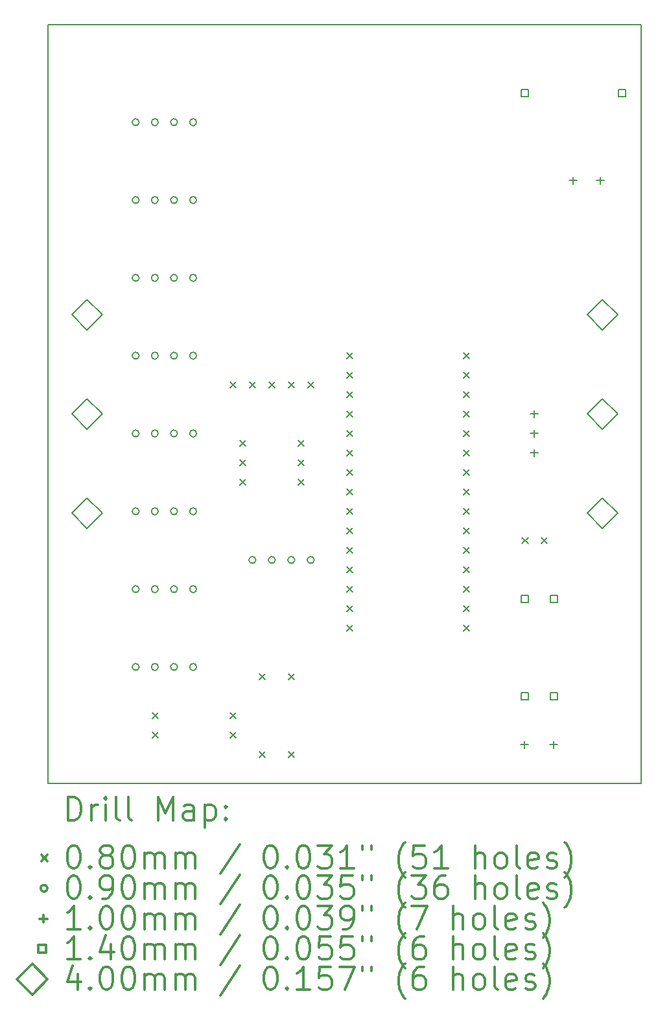
<source format=gbr>
%FSLAX45Y45*%
G04 Gerber Fmt 4.5, Leading zero omitted, Abs format (unit mm)*
G04 Created by KiCad (PCBNEW 4.0.7) date 03/08/18 20:01:22*
%MOMM*%
%LPD*%
G01*
G04 APERTURE LIST*
%ADD10C,0.127000*%
%ADD11C,0.200000*%
%ADD12C,0.300000*%
G04 APERTURE END LIST*
D10*
D11*
X12954000Y-16510000D02*
X20701000Y-16510000D01*
X20701000Y-6604000D02*
X12954000Y-6604000D01*
X12954000Y-16510000D02*
X12954000Y-16383000D01*
X20701000Y-11176000D02*
X20701000Y-16510000D01*
X20701000Y-6604000D02*
X20701000Y-11176000D01*
X12954000Y-16383000D02*
X12954000Y-6604000D01*
D11*
X14311000Y-15581000D02*
X14391000Y-15661000D01*
X14391000Y-15581000D02*
X14311000Y-15661000D01*
X14311000Y-15835000D02*
X14391000Y-15915000D01*
X14391000Y-15835000D02*
X14311000Y-15915000D01*
X15327000Y-11263000D02*
X15407000Y-11343000D01*
X15407000Y-11263000D02*
X15327000Y-11343000D01*
X15327000Y-15581000D02*
X15407000Y-15661000D01*
X15407000Y-15581000D02*
X15327000Y-15661000D01*
X15327000Y-15835000D02*
X15407000Y-15915000D01*
X15407000Y-15835000D02*
X15327000Y-15915000D01*
X15454000Y-12025000D02*
X15534000Y-12105000D01*
X15534000Y-12025000D02*
X15454000Y-12105000D01*
X15454000Y-12279000D02*
X15534000Y-12359000D01*
X15534000Y-12279000D02*
X15454000Y-12359000D01*
X15454000Y-12533000D02*
X15534000Y-12613000D01*
X15534000Y-12533000D02*
X15454000Y-12613000D01*
X15581000Y-11263000D02*
X15661000Y-11343000D01*
X15661000Y-11263000D02*
X15581000Y-11343000D01*
X15708000Y-15073000D02*
X15788000Y-15153000D01*
X15788000Y-15073000D02*
X15708000Y-15153000D01*
X15708000Y-16089000D02*
X15788000Y-16169000D01*
X15788000Y-16089000D02*
X15708000Y-16169000D01*
X15835000Y-11263000D02*
X15915000Y-11343000D01*
X15915000Y-11263000D02*
X15835000Y-11343000D01*
X16089000Y-11263000D02*
X16169000Y-11343000D01*
X16169000Y-11263000D02*
X16089000Y-11343000D01*
X16089000Y-15073000D02*
X16169000Y-15153000D01*
X16169000Y-15073000D02*
X16089000Y-15153000D01*
X16089000Y-16089000D02*
X16169000Y-16169000D01*
X16169000Y-16089000D02*
X16089000Y-16169000D01*
X16216000Y-12025000D02*
X16296000Y-12105000D01*
X16296000Y-12025000D02*
X16216000Y-12105000D01*
X16216000Y-12279000D02*
X16296000Y-12359000D01*
X16296000Y-12279000D02*
X16216000Y-12359000D01*
X16216000Y-12533000D02*
X16296000Y-12613000D01*
X16296000Y-12533000D02*
X16216000Y-12613000D01*
X16343000Y-11263000D02*
X16423000Y-11343000D01*
X16423000Y-11263000D02*
X16343000Y-11343000D01*
X16851000Y-10882000D02*
X16931000Y-10962000D01*
X16931000Y-10882000D02*
X16851000Y-10962000D01*
X16851000Y-11136000D02*
X16931000Y-11216000D01*
X16931000Y-11136000D02*
X16851000Y-11216000D01*
X16851000Y-11390000D02*
X16931000Y-11470000D01*
X16931000Y-11390000D02*
X16851000Y-11470000D01*
X16851000Y-11644000D02*
X16931000Y-11724000D01*
X16931000Y-11644000D02*
X16851000Y-11724000D01*
X16851000Y-11898000D02*
X16931000Y-11978000D01*
X16931000Y-11898000D02*
X16851000Y-11978000D01*
X16851000Y-12152000D02*
X16931000Y-12232000D01*
X16931000Y-12152000D02*
X16851000Y-12232000D01*
X16851000Y-12406000D02*
X16931000Y-12486000D01*
X16931000Y-12406000D02*
X16851000Y-12486000D01*
X16851000Y-12660000D02*
X16931000Y-12740000D01*
X16931000Y-12660000D02*
X16851000Y-12740000D01*
X16851000Y-12914000D02*
X16931000Y-12994000D01*
X16931000Y-12914000D02*
X16851000Y-12994000D01*
X16851000Y-13168000D02*
X16931000Y-13248000D01*
X16931000Y-13168000D02*
X16851000Y-13248000D01*
X16851000Y-13422000D02*
X16931000Y-13502000D01*
X16931000Y-13422000D02*
X16851000Y-13502000D01*
X16851000Y-13676000D02*
X16931000Y-13756000D01*
X16931000Y-13676000D02*
X16851000Y-13756000D01*
X16851000Y-13930000D02*
X16931000Y-14010000D01*
X16931000Y-13930000D02*
X16851000Y-14010000D01*
X16851000Y-14184000D02*
X16931000Y-14264000D01*
X16931000Y-14184000D02*
X16851000Y-14264000D01*
X16851000Y-14438000D02*
X16931000Y-14518000D01*
X16931000Y-14438000D02*
X16851000Y-14518000D01*
X18375000Y-10882000D02*
X18455000Y-10962000D01*
X18455000Y-10882000D02*
X18375000Y-10962000D01*
X18375000Y-11136000D02*
X18455000Y-11216000D01*
X18455000Y-11136000D02*
X18375000Y-11216000D01*
X18375000Y-11390000D02*
X18455000Y-11470000D01*
X18455000Y-11390000D02*
X18375000Y-11470000D01*
X18375000Y-11644000D02*
X18455000Y-11724000D01*
X18455000Y-11644000D02*
X18375000Y-11724000D01*
X18375000Y-11898000D02*
X18455000Y-11978000D01*
X18455000Y-11898000D02*
X18375000Y-11978000D01*
X18375000Y-12152000D02*
X18455000Y-12232000D01*
X18455000Y-12152000D02*
X18375000Y-12232000D01*
X18375000Y-12406000D02*
X18455000Y-12486000D01*
X18455000Y-12406000D02*
X18375000Y-12486000D01*
X18375000Y-12660000D02*
X18455000Y-12740000D01*
X18455000Y-12660000D02*
X18375000Y-12740000D01*
X18375000Y-12914000D02*
X18455000Y-12994000D01*
X18455000Y-12914000D02*
X18375000Y-12994000D01*
X18375000Y-13168000D02*
X18455000Y-13248000D01*
X18455000Y-13168000D02*
X18375000Y-13248000D01*
X18375000Y-13422000D02*
X18455000Y-13502000D01*
X18455000Y-13422000D02*
X18375000Y-13502000D01*
X18375000Y-13676000D02*
X18455000Y-13756000D01*
X18455000Y-13676000D02*
X18375000Y-13756000D01*
X18375000Y-13930000D02*
X18455000Y-14010000D01*
X18455000Y-13930000D02*
X18375000Y-14010000D01*
X18375000Y-14184000D02*
X18455000Y-14264000D01*
X18455000Y-14184000D02*
X18375000Y-14264000D01*
X18375000Y-14438000D02*
X18455000Y-14518000D01*
X18455000Y-14438000D02*
X18375000Y-14518000D01*
X19141000Y-13295000D02*
X19221000Y-13375000D01*
X19221000Y-13295000D02*
X19141000Y-13375000D01*
X19391000Y-13295000D02*
X19471000Y-13375000D01*
X19471000Y-13295000D02*
X19391000Y-13375000D01*
X14142000Y-7874000D02*
G75*
G03X14142000Y-7874000I-45000J0D01*
G01*
X14142000Y-8890000D02*
G75*
G03X14142000Y-8890000I-45000J0D01*
G01*
X14142000Y-9906000D02*
G75*
G03X14142000Y-9906000I-45000J0D01*
G01*
X14142000Y-10922000D02*
G75*
G03X14142000Y-10922000I-45000J0D01*
G01*
X14142000Y-11938000D02*
G75*
G03X14142000Y-11938000I-45000J0D01*
G01*
X14142000Y-12954000D02*
G75*
G03X14142000Y-12954000I-45000J0D01*
G01*
X14142000Y-13970000D02*
G75*
G03X14142000Y-13970000I-45000J0D01*
G01*
X14142000Y-14986000D02*
G75*
G03X14142000Y-14986000I-45000J0D01*
G01*
X14392000Y-7874000D02*
G75*
G03X14392000Y-7874000I-45000J0D01*
G01*
X14392000Y-8890000D02*
G75*
G03X14392000Y-8890000I-45000J0D01*
G01*
X14392000Y-9906000D02*
G75*
G03X14392000Y-9906000I-45000J0D01*
G01*
X14392000Y-10922000D02*
G75*
G03X14392000Y-10922000I-45000J0D01*
G01*
X14392000Y-11938000D02*
G75*
G03X14392000Y-11938000I-45000J0D01*
G01*
X14392000Y-12954000D02*
G75*
G03X14392000Y-12954000I-45000J0D01*
G01*
X14392000Y-13970000D02*
G75*
G03X14392000Y-13970000I-45000J0D01*
G01*
X14392000Y-14986000D02*
G75*
G03X14392000Y-14986000I-45000J0D01*
G01*
X14642000Y-7874000D02*
G75*
G03X14642000Y-7874000I-45000J0D01*
G01*
X14642000Y-8890000D02*
G75*
G03X14642000Y-8890000I-45000J0D01*
G01*
X14642000Y-9906000D02*
G75*
G03X14642000Y-9906000I-45000J0D01*
G01*
X14642000Y-10922000D02*
G75*
G03X14642000Y-10922000I-45000J0D01*
G01*
X14642000Y-11938000D02*
G75*
G03X14642000Y-11938000I-45000J0D01*
G01*
X14642000Y-12954000D02*
G75*
G03X14642000Y-12954000I-45000J0D01*
G01*
X14642000Y-13970000D02*
G75*
G03X14642000Y-13970000I-45000J0D01*
G01*
X14642000Y-14986000D02*
G75*
G03X14642000Y-14986000I-45000J0D01*
G01*
X14892000Y-7874000D02*
G75*
G03X14892000Y-7874000I-45000J0D01*
G01*
X14892000Y-8890000D02*
G75*
G03X14892000Y-8890000I-45000J0D01*
G01*
X14892000Y-9906000D02*
G75*
G03X14892000Y-9906000I-45000J0D01*
G01*
X14892000Y-10922000D02*
G75*
G03X14892000Y-10922000I-45000J0D01*
G01*
X14892000Y-11938000D02*
G75*
G03X14892000Y-11938000I-45000J0D01*
G01*
X14892000Y-12954000D02*
G75*
G03X14892000Y-12954000I-45000J0D01*
G01*
X14892000Y-13970000D02*
G75*
G03X14892000Y-13970000I-45000J0D01*
G01*
X14892000Y-14986000D02*
G75*
G03X14892000Y-14986000I-45000J0D01*
G01*
X15666000Y-13589000D02*
G75*
G03X15666000Y-13589000I-45000J0D01*
G01*
X15920000Y-13589000D02*
G75*
G03X15920000Y-13589000I-45000J0D01*
G01*
X16174000Y-13589000D02*
G75*
G03X16174000Y-13589000I-45000J0D01*
G01*
X16428000Y-13589000D02*
G75*
G03X16428000Y-13589000I-45000J0D01*
G01*
X19177000Y-15952000D02*
X19177000Y-16052000D01*
X19127000Y-16002000D02*
X19227000Y-16002000D01*
X19304000Y-11634000D02*
X19304000Y-11734000D01*
X19254000Y-11684000D02*
X19354000Y-11684000D01*
X19304000Y-11888000D02*
X19304000Y-11988000D01*
X19254000Y-11938000D02*
X19354000Y-11938000D01*
X19304000Y-12142000D02*
X19304000Y-12242000D01*
X19254000Y-12192000D02*
X19354000Y-12192000D01*
X19558000Y-15952000D02*
X19558000Y-16052000D01*
X19508000Y-16002000D02*
X19608000Y-16002000D01*
X19812000Y-8586000D02*
X19812000Y-8686000D01*
X19762000Y-8636000D02*
X19862000Y-8636000D01*
X20162000Y-8586000D02*
X20162000Y-8686000D01*
X20112000Y-8636000D02*
X20212000Y-8636000D01*
X19226498Y-7542498D02*
X19226498Y-7443502D01*
X19127502Y-7443502D01*
X19127502Y-7542498D01*
X19226498Y-7542498D01*
X19226498Y-14146498D02*
X19226498Y-14047502D01*
X19127502Y-14047502D01*
X19127502Y-14146498D01*
X19226498Y-14146498D01*
X19226498Y-15416498D02*
X19226498Y-15317502D01*
X19127502Y-15317502D01*
X19127502Y-15416498D01*
X19226498Y-15416498D01*
X19607498Y-14146498D02*
X19607498Y-14047502D01*
X19508502Y-14047502D01*
X19508502Y-14146498D01*
X19607498Y-14146498D01*
X19607498Y-15416498D02*
X19607498Y-15317502D01*
X19508502Y-15317502D01*
X19508502Y-15416498D01*
X19607498Y-15416498D01*
X20496498Y-7542498D02*
X20496498Y-7443502D01*
X20397502Y-7443502D01*
X20397502Y-7542498D01*
X20496498Y-7542498D01*
X13462000Y-10588600D02*
X13662000Y-10388600D01*
X13462000Y-10188600D01*
X13262000Y-10388600D01*
X13462000Y-10588600D01*
X13462000Y-11884000D02*
X13662000Y-11684000D01*
X13462000Y-11484000D01*
X13262000Y-11684000D01*
X13462000Y-11884000D01*
X13462000Y-13179400D02*
X13662000Y-12979400D01*
X13462000Y-12779400D01*
X13262000Y-12979400D01*
X13462000Y-13179400D01*
X20193000Y-10588600D02*
X20393000Y-10388600D01*
X20193000Y-10188600D01*
X19993000Y-10388600D01*
X20193000Y-10588600D01*
X20193000Y-11884000D02*
X20393000Y-11684000D01*
X20193000Y-11484000D01*
X19993000Y-11684000D01*
X20193000Y-11884000D01*
X20193000Y-13179400D02*
X20393000Y-12979400D01*
X20193000Y-12779400D01*
X19993000Y-12979400D01*
X20193000Y-13179400D01*
D12*
X13215428Y-16985714D02*
X13215428Y-16685714D01*
X13286857Y-16685714D01*
X13329714Y-16700000D01*
X13358286Y-16728571D01*
X13372571Y-16757143D01*
X13386857Y-16814286D01*
X13386857Y-16857143D01*
X13372571Y-16914286D01*
X13358286Y-16942857D01*
X13329714Y-16971429D01*
X13286857Y-16985714D01*
X13215428Y-16985714D01*
X13515428Y-16985714D02*
X13515428Y-16785714D01*
X13515428Y-16842857D02*
X13529714Y-16814286D01*
X13544000Y-16800000D01*
X13572571Y-16785714D01*
X13601143Y-16785714D01*
X13701143Y-16985714D02*
X13701143Y-16785714D01*
X13701143Y-16685714D02*
X13686857Y-16700000D01*
X13701143Y-16714286D01*
X13715428Y-16700000D01*
X13701143Y-16685714D01*
X13701143Y-16714286D01*
X13886857Y-16985714D02*
X13858286Y-16971429D01*
X13844000Y-16942857D01*
X13844000Y-16685714D01*
X14044000Y-16985714D02*
X14015428Y-16971429D01*
X14001143Y-16942857D01*
X14001143Y-16685714D01*
X14386857Y-16985714D02*
X14386857Y-16685714D01*
X14486857Y-16900000D01*
X14586857Y-16685714D01*
X14586857Y-16985714D01*
X14858286Y-16985714D02*
X14858286Y-16828572D01*
X14844000Y-16800000D01*
X14815428Y-16785714D01*
X14758286Y-16785714D01*
X14729714Y-16800000D01*
X14858286Y-16971429D02*
X14829714Y-16985714D01*
X14758286Y-16985714D01*
X14729714Y-16971429D01*
X14715428Y-16942857D01*
X14715428Y-16914286D01*
X14729714Y-16885714D01*
X14758286Y-16871429D01*
X14829714Y-16871429D01*
X14858286Y-16857143D01*
X15001143Y-16785714D02*
X15001143Y-17085714D01*
X15001143Y-16800000D02*
X15029714Y-16785714D01*
X15086857Y-16785714D01*
X15115428Y-16800000D01*
X15129714Y-16814286D01*
X15144000Y-16842857D01*
X15144000Y-16928572D01*
X15129714Y-16957143D01*
X15115428Y-16971429D01*
X15086857Y-16985714D01*
X15029714Y-16985714D01*
X15001143Y-16971429D01*
X15272571Y-16957143D02*
X15286857Y-16971429D01*
X15272571Y-16985714D01*
X15258286Y-16971429D01*
X15272571Y-16957143D01*
X15272571Y-16985714D01*
X15272571Y-16800000D02*
X15286857Y-16814286D01*
X15272571Y-16828572D01*
X15258286Y-16814286D01*
X15272571Y-16800000D01*
X15272571Y-16828572D01*
X12864000Y-17440000D02*
X12944000Y-17520000D01*
X12944000Y-17440000D02*
X12864000Y-17520000D01*
X13272571Y-17315714D02*
X13301143Y-17315714D01*
X13329714Y-17330000D01*
X13344000Y-17344286D01*
X13358286Y-17372857D01*
X13372571Y-17430000D01*
X13372571Y-17501429D01*
X13358286Y-17558572D01*
X13344000Y-17587143D01*
X13329714Y-17601429D01*
X13301143Y-17615714D01*
X13272571Y-17615714D01*
X13244000Y-17601429D01*
X13229714Y-17587143D01*
X13215428Y-17558572D01*
X13201143Y-17501429D01*
X13201143Y-17430000D01*
X13215428Y-17372857D01*
X13229714Y-17344286D01*
X13244000Y-17330000D01*
X13272571Y-17315714D01*
X13501143Y-17587143D02*
X13515428Y-17601429D01*
X13501143Y-17615714D01*
X13486857Y-17601429D01*
X13501143Y-17587143D01*
X13501143Y-17615714D01*
X13686857Y-17444286D02*
X13658286Y-17430000D01*
X13644000Y-17415714D01*
X13629714Y-17387143D01*
X13629714Y-17372857D01*
X13644000Y-17344286D01*
X13658286Y-17330000D01*
X13686857Y-17315714D01*
X13744000Y-17315714D01*
X13772571Y-17330000D01*
X13786857Y-17344286D01*
X13801143Y-17372857D01*
X13801143Y-17387143D01*
X13786857Y-17415714D01*
X13772571Y-17430000D01*
X13744000Y-17444286D01*
X13686857Y-17444286D01*
X13658286Y-17458572D01*
X13644000Y-17472857D01*
X13629714Y-17501429D01*
X13629714Y-17558572D01*
X13644000Y-17587143D01*
X13658286Y-17601429D01*
X13686857Y-17615714D01*
X13744000Y-17615714D01*
X13772571Y-17601429D01*
X13786857Y-17587143D01*
X13801143Y-17558572D01*
X13801143Y-17501429D01*
X13786857Y-17472857D01*
X13772571Y-17458572D01*
X13744000Y-17444286D01*
X13986857Y-17315714D02*
X14015428Y-17315714D01*
X14044000Y-17330000D01*
X14058286Y-17344286D01*
X14072571Y-17372857D01*
X14086857Y-17430000D01*
X14086857Y-17501429D01*
X14072571Y-17558572D01*
X14058286Y-17587143D01*
X14044000Y-17601429D01*
X14015428Y-17615714D01*
X13986857Y-17615714D01*
X13958286Y-17601429D01*
X13944000Y-17587143D01*
X13929714Y-17558572D01*
X13915428Y-17501429D01*
X13915428Y-17430000D01*
X13929714Y-17372857D01*
X13944000Y-17344286D01*
X13958286Y-17330000D01*
X13986857Y-17315714D01*
X14215428Y-17615714D02*
X14215428Y-17415714D01*
X14215428Y-17444286D02*
X14229714Y-17430000D01*
X14258286Y-17415714D01*
X14301143Y-17415714D01*
X14329714Y-17430000D01*
X14344000Y-17458572D01*
X14344000Y-17615714D01*
X14344000Y-17458572D02*
X14358286Y-17430000D01*
X14386857Y-17415714D01*
X14429714Y-17415714D01*
X14458286Y-17430000D01*
X14472571Y-17458572D01*
X14472571Y-17615714D01*
X14615428Y-17615714D02*
X14615428Y-17415714D01*
X14615428Y-17444286D02*
X14629714Y-17430000D01*
X14658286Y-17415714D01*
X14701143Y-17415714D01*
X14729714Y-17430000D01*
X14744000Y-17458572D01*
X14744000Y-17615714D01*
X14744000Y-17458572D02*
X14758286Y-17430000D01*
X14786857Y-17415714D01*
X14829714Y-17415714D01*
X14858286Y-17430000D01*
X14872571Y-17458572D01*
X14872571Y-17615714D01*
X15458286Y-17301429D02*
X15201143Y-17687143D01*
X15844000Y-17315714D02*
X15872571Y-17315714D01*
X15901143Y-17330000D01*
X15915428Y-17344286D01*
X15929714Y-17372857D01*
X15944000Y-17430000D01*
X15944000Y-17501429D01*
X15929714Y-17558572D01*
X15915428Y-17587143D01*
X15901143Y-17601429D01*
X15872571Y-17615714D01*
X15844000Y-17615714D01*
X15815428Y-17601429D01*
X15801143Y-17587143D01*
X15786857Y-17558572D01*
X15772571Y-17501429D01*
X15772571Y-17430000D01*
X15786857Y-17372857D01*
X15801143Y-17344286D01*
X15815428Y-17330000D01*
X15844000Y-17315714D01*
X16072571Y-17587143D02*
X16086857Y-17601429D01*
X16072571Y-17615714D01*
X16058286Y-17601429D01*
X16072571Y-17587143D01*
X16072571Y-17615714D01*
X16272571Y-17315714D02*
X16301143Y-17315714D01*
X16329714Y-17330000D01*
X16344000Y-17344286D01*
X16358285Y-17372857D01*
X16372571Y-17430000D01*
X16372571Y-17501429D01*
X16358285Y-17558572D01*
X16344000Y-17587143D01*
X16329714Y-17601429D01*
X16301143Y-17615714D01*
X16272571Y-17615714D01*
X16244000Y-17601429D01*
X16229714Y-17587143D01*
X16215428Y-17558572D01*
X16201143Y-17501429D01*
X16201143Y-17430000D01*
X16215428Y-17372857D01*
X16229714Y-17344286D01*
X16244000Y-17330000D01*
X16272571Y-17315714D01*
X16472571Y-17315714D02*
X16658285Y-17315714D01*
X16558285Y-17430000D01*
X16601143Y-17430000D01*
X16629714Y-17444286D01*
X16644000Y-17458572D01*
X16658285Y-17487143D01*
X16658285Y-17558572D01*
X16644000Y-17587143D01*
X16629714Y-17601429D01*
X16601143Y-17615714D01*
X16515428Y-17615714D01*
X16486857Y-17601429D01*
X16472571Y-17587143D01*
X16944000Y-17615714D02*
X16772571Y-17615714D01*
X16858286Y-17615714D02*
X16858286Y-17315714D01*
X16829714Y-17358572D01*
X16801143Y-17387143D01*
X16772571Y-17401429D01*
X17058286Y-17315714D02*
X17058286Y-17372857D01*
X17172571Y-17315714D02*
X17172571Y-17372857D01*
X17615428Y-17730000D02*
X17601143Y-17715714D01*
X17572571Y-17672857D01*
X17558286Y-17644286D01*
X17544000Y-17601429D01*
X17529714Y-17530000D01*
X17529714Y-17472857D01*
X17544000Y-17401429D01*
X17558286Y-17358572D01*
X17572571Y-17330000D01*
X17601143Y-17287143D01*
X17615428Y-17272857D01*
X17872571Y-17315714D02*
X17729714Y-17315714D01*
X17715428Y-17458572D01*
X17729714Y-17444286D01*
X17758286Y-17430000D01*
X17829714Y-17430000D01*
X17858286Y-17444286D01*
X17872571Y-17458572D01*
X17886857Y-17487143D01*
X17886857Y-17558572D01*
X17872571Y-17587143D01*
X17858286Y-17601429D01*
X17829714Y-17615714D01*
X17758286Y-17615714D01*
X17729714Y-17601429D01*
X17715428Y-17587143D01*
X18172571Y-17615714D02*
X18001143Y-17615714D01*
X18086857Y-17615714D02*
X18086857Y-17315714D01*
X18058286Y-17358572D01*
X18029714Y-17387143D01*
X18001143Y-17401429D01*
X18529714Y-17615714D02*
X18529714Y-17315714D01*
X18658286Y-17615714D02*
X18658286Y-17458572D01*
X18644000Y-17430000D01*
X18615428Y-17415714D01*
X18572571Y-17415714D01*
X18544000Y-17430000D01*
X18529714Y-17444286D01*
X18844000Y-17615714D02*
X18815428Y-17601429D01*
X18801143Y-17587143D01*
X18786857Y-17558572D01*
X18786857Y-17472857D01*
X18801143Y-17444286D01*
X18815428Y-17430000D01*
X18844000Y-17415714D01*
X18886857Y-17415714D01*
X18915428Y-17430000D01*
X18929714Y-17444286D01*
X18944000Y-17472857D01*
X18944000Y-17558572D01*
X18929714Y-17587143D01*
X18915428Y-17601429D01*
X18886857Y-17615714D01*
X18844000Y-17615714D01*
X19115428Y-17615714D02*
X19086857Y-17601429D01*
X19072571Y-17572857D01*
X19072571Y-17315714D01*
X19344000Y-17601429D02*
X19315429Y-17615714D01*
X19258286Y-17615714D01*
X19229714Y-17601429D01*
X19215429Y-17572857D01*
X19215429Y-17458572D01*
X19229714Y-17430000D01*
X19258286Y-17415714D01*
X19315429Y-17415714D01*
X19344000Y-17430000D01*
X19358286Y-17458572D01*
X19358286Y-17487143D01*
X19215429Y-17515714D01*
X19472571Y-17601429D02*
X19501143Y-17615714D01*
X19558286Y-17615714D01*
X19586857Y-17601429D01*
X19601143Y-17572857D01*
X19601143Y-17558572D01*
X19586857Y-17530000D01*
X19558286Y-17515714D01*
X19515429Y-17515714D01*
X19486857Y-17501429D01*
X19472571Y-17472857D01*
X19472571Y-17458572D01*
X19486857Y-17430000D01*
X19515429Y-17415714D01*
X19558286Y-17415714D01*
X19586857Y-17430000D01*
X19701143Y-17730000D02*
X19715429Y-17715714D01*
X19744000Y-17672857D01*
X19758286Y-17644286D01*
X19772571Y-17601429D01*
X19786857Y-17530000D01*
X19786857Y-17472857D01*
X19772571Y-17401429D01*
X19758286Y-17358572D01*
X19744000Y-17330000D01*
X19715429Y-17287143D01*
X19701143Y-17272857D01*
X12944000Y-17876000D02*
G75*
G03X12944000Y-17876000I-45000J0D01*
G01*
X13272571Y-17711714D02*
X13301143Y-17711714D01*
X13329714Y-17726000D01*
X13344000Y-17740286D01*
X13358286Y-17768857D01*
X13372571Y-17826000D01*
X13372571Y-17897429D01*
X13358286Y-17954572D01*
X13344000Y-17983143D01*
X13329714Y-17997429D01*
X13301143Y-18011714D01*
X13272571Y-18011714D01*
X13244000Y-17997429D01*
X13229714Y-17983143D01*
X13215428Y-17954572D01*
X13201143Y-17897429D01*
X13201143Y-17826000D01*
X13215428Y-17768857D01*
X13229714Y-17740286D01*
X13244000Y-17726000D01*
X13272571Y-17711714D01*
X13501143Y-17983143D02*
X13515428Y-17997429D01*
X13501143Y-18011714D01*
X13486857Y-17997429D01*
X13501143Y-17983143D01*
X13501143Y-18011714D01*
X13658286Y-18011714D02*
X13715428Y-18011714D01*
X13744000Y-17997429D01*
X13758286Y-17983143D01*
X13786857Y-17940286D01*
X13801143Y-17883143D01*
X13801143Y-17768857D01*
X13786857Y-17740286D01*
X13772571Y-17726000D01*
X13744000Y-17711714D01*
X13686857Y-17711714D01*
X13658286Y-17726000D01*
X13644000Y-17740286D01*
X13629714Y-17768857D01*
X13629714Y-17840286D01*
X13644000Y-17868857D01*
X13658286Y-17883143D01*
X13686857Y-17897429D01*
X13744000Y-17897429D01*
X13772571Y-17883143D01*
X13786857Y-17868857D01*
X13801143Y-17840286D01*
X13986857Y-17711714D02*
X14015428Y-17711714D01*
X14044000Y-17726000D01*
X14058286Y-17740286D01*
X14072571Y-17768857D01*
X14086857Y-17826000D01*
X14086857Y-17897429D01*
X14072571Y-17954572D01*
X14058286Y-17983143D01*
X14044000Y-17997429D01*
X14015428Y-18011714D01*
X13986857Y-18011714D01*
X13958286Y-17997429D01*
X13944000Y-17983143D01*
X13929714Y-17954572D01*
X13915428Y-17897429D01*
X13915428Y-17826000D01*
X13929714Y-17768857D01*
X13944000Y-17740286D01*
X13958286Y-17726000D01*
X13986857Y-17711714D01*
X14215428Y-18011714D02*
X14215428Y-17811714D01*
X14215428Y-17840286D02*
X14229714Y-17826000D01*
X14258286Y-17811714D01*
X14301143Y-17811714D01*
X14329714Y-17826000D01*
X14344000Y-17854572D01*
X14344000Y-18011714D01*
X14344000Y-17854572D02*
X14358286Y-17826000D01*
X14386857Y-17811714D01*
X14429714Y-17811714D01*
X14458286Y-17826000D01*
X14472571Y-17854572D01*
X14472571Y-18011714D01*
X14615428Y-18011714D02*
X14615428Y-17811714D01*
X14615428Y-17840286D02*
X14629714Y-17826000D01*
X14658286Y-17811714D01*
X14701143Y-17811714D01*
X14729714Y-17826000D01*
X14744000Y-17854572D01*
X14744000Y-18011714D01*
X14744000Y-17854572D02*
X14758286Y-17826000D01*
X14786857Y-17811714D01*
X14829714Y-17811714D01*
X14858286Y-17826000D01*
X14872571Y-17854572D01*
X14872571Y-18011714D01*
X15458286Y-17697429D02*
X15201143Y-18083143D01*
X15844000Y-17711714D02*
X15872571Y-17711714D01*
X15901143Y-17726000D01*
X15915428Y-17740286D01*
X15929714Y-17768857D01*
X15944000Y-17826000D01*
X15944000Y-17897429D01*
X15929714Y-17954572D01*
X15915428Y-17983143D01*
X15901143Y-17997429D01*
X15872571Y-18011714D01*
X15844000Y-18011714D01*
X15815428Y-17997429D01*
X15801143Y-17983143D01*
X15786857Y-17954572D01*
X15772571Y-17897429D01*
X15772571Y-17826000D01*
X15786857Y-17768857D01*
X15801143Y-17740286D01*
X15815428Y-17726000D01*
X15844000Y-17711714D01*
X16072571Y-17983143D02*
X16086857Y-17997429D01*
X16072571Y-18011714D01*
X16058286Y-17997429D01*
X16072571Y-17983143D01*
X16072571Y-18011714D01*
X16272571Y-17711714D02*
X16301143Y-17711714D01*
X16329714Y-17726000D01*
X16344000Y-17740286D01*
X16358285Y-17768857D01*
X16372571Y-17826000D01*
X16372571Y-17897429D01*
X16358285Y-17954572D01*
X16344000Y-17983143D01*
X16329714Y-17997429D01*
X16301143Y-18011714D01*
X16272571Y-18011714D01*
X16244000Y-17997429D01*
X16229714Y-17983143D01*
X16215428Y-17954572D01*
X16201143Y-17897429D01*
X16201143Y-17826000D01*
X16215428Y-17768857D01*
X16229714Y-17740286D01*
X16244000Y-17726000D01*
X16272571Y-17711714D01*
X16472571Y-17711714D02*
X16658285Y-17711714D01*
X16558285Y-17826000D01*
X16601143Y-17826000D01*
X16629714Y-17840286D01*
X16644000Y-17854572D01*
X16658285Y-17883143D01*
X16658285Y-17954572D01*
X16644000Y-17983143D01*
X16629714Y-17997429D01*
X16601143Y-18011714D01*
X16515428Y-18011714D01*
X16486857Y-17997429D01*
X16472571Y-17983143D01*
X16929714Y-17711714D02*
X16786857Y-17711714D01*
X16772571Y-17854572D01*
X16786857Y-17840286D01*
X16815428Y-17826000D01*
X16886857Y-17826000D01*
X16915428Y-17840286D01*
X16929714Y-17854572D01*
X16944000Y-17883143D01*
X16944000Y-17954572D01*
X16929714Y-17983143D01*
X16915428Y-17997429D01*
X16886857Y-18011714D01*
X16815428Y-18011714D01*
X16786857Y-17997429D01*
X16772571Y-17983143D01*
X17058286Y-17711714D02*
X17058286Y-17768857D01*
X17172571Y-17711714D02*
X17172571Y-17768857D01*
X17615428Y-18126000D02*
X17601143Y-18111714D01*
X17572571Y-18068857D01*
X17558286Y-18040286D01*
X17544000Y-17997429D01*
X17529714Y-17926000D01*
X17529714Y-17868857D01*
X17544000Y-17797429D01*
X17558286Y-17754572D01*
X17572571Y-17726000D01*
X17601143Y-17683143D01*
X17615428Y-17668857D01*
X17701143Y-17711714D02*
X17886857Y-17711714D01*
X17786857Y-17826000D01*
X17829714Y-17826000D01*
X17858286Y-17840286D01*
X17872571Y-17854572D01*
X17886857Y-17883143D01*
X17886857Y-17954572D01*
X17872571Y-17983143D01*
X17858286Y-17997429D01*
X17829714Y-18011714D01*
X17744000Y-18011714D01*
X17715428Y-17997429D01*
X17701143Y-17983143D01*
X18144000Y-17711714D02*
X18086857Y-17711714D01*
X18058286Y-17726000D01*
X18044000Y-17740286D01*
X18015428Y-17783143D01*
X18001143Y-17840286D01*
X18001143Y-17954572D01*
X18015428Y-17983143D01*
X18029714Y-17997429D01*
X18058286Y-18011714D01*
X18115428Y-18011714D01*
X18144000Y-17997429D01*
X18158286Y-17983143D01*
X18172571Y-17954572D01*
X18172571Y-17883143D01*
X18158286Y-17854572D01*
X18144000Y-17840286D01*
X18115428Y-17826000D01*
X18058286Y-17826000D01*
X18029714Y-17840286D01*
X18015428Y-17854572D01*
X18001143Y-17883143D01*
X18529714Y-18011714D02*
X18529714Y-17711714D01*
X18658286Y-18011714D02*
X18658286Y-17854572D01*
X18644000Y-17826000D01*
X18615428Y-17811714D01*
X18572571Y-17811714D01*
X18544000Y-17826000D01*
X18529714Y-17840286D01*
X18844000Y-18011714D02*
X18815428Y-17997429D01*
X18801143Y-17983143D01*
X18786857Y-17954572D01*
X18786857Y-17868857D01*
X18801143Y-17840286D01*
X18815428Y-17826000D01*
X18844000Y-17811714D01*
X18886857Y-17811714D01*
X18915428Y-17826000D01*
X18929714Y-17840286D01*
X18944000Y-17868857D01*
X18944000Y-17954572D01*
X18929714Y-17983143D01*
X18915428Y-17997429D01*
X18886857Y-18011714D01*
X18844000Y-18011714D01*
X19115428Y-18011714D02*
X19086857Y-17997429D01*
X19072571Y-17968857D01*
X19072571Y-17711714D01*
X19344000Y-17997429D02*
X19315429Y-18011714D01*
X19258286Y-18011714D01*
X19229714Y-17997429D01*
X19215429Y-17968857D01*
X19215429Y-17854572D01*
X19229714Y-17826000D01*
X19258286Y-17811714D01*
X19315429Y-17811714D01*
X19344000Y-17826000D01*
X19358286Y-17854572D01*
X19358286Y-17883143D01*
X19215429Y-17911714D01*
X19472571Y-17997429D02*
X19501143Y-18011714D01*
X19558286Y-18011714D01*
X19586857Y-17997429D01*
X19601143Y-17968857D01*
X19601143Y-17954572D01*
X19586857Y-17926000D01*
X19558286Y-17911714D01*
X19515429Y-17911714D01*
X19486857Y-17897429D01*
X19472571Y-17868857D01*
X19472571Y-17854572D01*
X19486857Y-17826000D01*
X19515429Y-17811714D01*
X19558286Y-17811714D01*
X19586857Y-17826000D01*
X19701143Y-18126000D02*
X19715429Y-18111714D01*
X19744000Y-18068857D01*
X19758286Y-18040286D01*
X19772571Y-17997429D01*
X19786857Y-17926000D01*
X19786857Y-17868857D01*
X19772571Y-17797429D01*
X19758286Y-17754572D01*
X19744000Y-17726000D01*
X19715429Y-17683143D01*
X19701143Y-17668857D01*
X12894000Y-18222000D02*
X12894000Y-18322000D01*
X12844000Y-18272000D02*
X12944000Y-18272000D01*
X13372571Y-18407714D02*
X13201143Y-18407714D01*
X13286857Y-18407714D02*
X13286857Y-18107714D01*
X13258286Y-18150572D01*
X13229714Y-18179143D01*
X13201143Y-18193429D01*
X13501143Y-18379143D02*
X13515428Y-18393429D01*
X13501143Y-18407714D01*
X13486857Y-18393429D01*
X13501143Y-18379143D01*
X13501143Y-18407714D01*
X13701143Y-18107714D02*
X13729714Y-18107714D01*
X13758286Y-18122000D01*
X13772571Y-18136286D01*
X13786857Y-18164857D01*
X13801143Y-18222000D01*
X13801143Y-18293429D01*
X13786857Y-18350572D01*
X13772571Y-18379143D01*
X13758286Y-18393429D01*
X13729714Y-18407714D01*
X13701143Y-18407714D01*
X13672571Y-18393429D01*
X13658286Y-18379143D01*
X13644000Y-18350572D01*
X13629714Y-18293429D01*
X13629714Y-18222000D01*
X13644000Y-18164857D01*
X13658286Y-18136286D01*
X13672571Y-18122000D01*
X13701143Y-18107714D01*
X13986857Y-18107714D02*
X14015428Y-18107714D01*
X14044000Y-18122000D01*
X14058286Y-18136286D01*
X14072571Y-18164857D01*
X14086857Y-18222000D01*
X14086857Y-18293429D01*
X14072571Y-18350572D01*
X14058286Y-18379143D01*
X14044000Y-18393429D01*
X14015428Y-18407714D01*
X13986857Y-18407714D01*
X13958286Y-18393429D01*
X13944000Y-18379143D01*
X13929714Y-18350572D01*
X13915428Y-18293429D01*
X13915428Y-18222000D01*
X13929714Y-18164857D01*
X13944000Y-18136286D01*
X13958286Y-18122000D01*
X13986857Y-18107714D01*
X14215428Y-18407714D02*
X14215428Y-18207714D01*
X14215428Y-18236286D02*
X14229714Y-18222000D01*
X14258286Y-18207714D01*
X14301143Y-18207714D01*
X14329714Y-18222000D01*
X14344000Y-18250572D01*
X14344000Y-18407714D01*
X14344000Y-18250572D02*
X14358286Y-18222000D01*
X14386857Y-18207714D01*
X14429714Y-18207714D01*
X14458286Y-18222000D01*
X14472571Y-18250572D01*
X14472571Y-18407714D01*
X14615428Y-18407714D02*
X14615428Y-18207714D01*
X14615428Y-18236286D02*
X14629714Y-18222000D01*
X14658286Y-18207714D01*
X14701143Y-18207714D01*
X14729714Y-18222000D01*
X14744000Y-18250572D01*
X14744000Y-18407714D01*
X14744000Y-18250572D02*
X14758286Y-18222000D01*
X14786857Y-18207714D01*
X14829714Y-18207714D01*
X14858286Y-18222000D01*
X14872571Y-18250572D01*
X14872571Y-18407714D01*
X15458286Y-18093429D02*
X15201143Y-18479143D01*
X15844000Y-18107714D02*
X15872571Y-18107714D01*
X15901143Y-18122000D01*
X15915428Y-18136286D01*
X15929714Y-18164857D01*
X15944000Y-18222000D01*
X15944000Y-18293429D01*
X15929714Y-18350572D01*
X15915428Y-18379143D01*
X15901143Y-18393429D01*
X15872571Y-18407714D01*
X15844000Y-18407714D01*
X15815428Y-18393429D01*
X15801143Y-18379143D01*
X15786857Y-18350572D01*
X15772571Y-18293429D01*
X15772571Y-18222000D01*
X15786857Y-18164857D01*
X15801143Y-18136286D01*
X15815428Y-18122000D01*
X15844000Y-18107714D01*
X16072571Y-18379143D02*
X16086857Y-18393429D01*
X16072571Y-18407714D01*
X16058286Y-18393429D01*
X16072571Y-18379143D01*
X16072571Y-18407714D01*
X16272571Y-18107714D02*
X16301143Y-18107714D01*
X16329714Y-18122000D01*
X16344000Y-18136286D01*
X16358285Y-18164857D01*
X16372571Y-18222000D01*
X16372571Y-18293429D01*
X16358285Y-18350572D01*
X16344000Y-18379143D01*
X16329714Y-18393429D01*
X16301143Y-18407714D01*
X16272571Y-18407714D01*
X16244000Y-18393429D01*
X16229714Y-18379143D01*
X16215428Y-18350572D01*
X16201143Y-18293429D01*
X16201143Y-18222000D01*
X16215428Y-18164857D01*
X16229714Y-18136286D01*
X16244000Y-18122000D01*
X16272571Y-18107714D01*
X16472571Y-18107714D02*
X16658285Y-18107714D01*
X16558285Y-18222000D01*
X16601143Y-18222000D01*
X16629714Y-18236286D01*
X16644000Y-18250572D01*
X16658285Y-18279143D01*
X16658285Y-18350572D01*
X16644000Y-18379143D01*
X16629714Y-18393429D01*
X16601143Y-18407714D01*
X16515428Y-18407714D01*
X16486857Y-18393429D01*
X16472571Y-18379143D01*
X16801143Y-18407714D02*
X16858286Y-18407714D01*
X16886857Y-18393429D01*
X16901143Y-18379143D01*
X16929714Y-18336286D01*
X16944000Y-18279143D01*
X16944000Y-18164857D01*
X16929714Y-18136286D01*
X16915428Y-18122000D01*
X16886857Y-18107714D01*
X16829714Y-18107714D01*
X16801143Y-18122000D01*
X16786857Y-18136286D01*
X16772571Y-18164857D01*
X16772571Y-18236286D01*
X16786857Y-18264857D01*
X16801143Y-18279143D01*
X16829714Y-18293429D01*
X16886857Y-18293429D01*
X16915428Y-18279143D01*
X16929714Y-18264857D01*
X16944000Y-18236286D01*
X17058286Y-18107714D02*
X17058286Y-18164857D01*
X17172571Y-18107714D02*
X17172571Y-18164857D01*
X17615428Y-18522000D02*
X17601143Y-18507714D01*
X17572571Y-18464857D01*
X17558286Y-18436286D01*
X17544000Y-18393429D01*
X17529714Y-18322000D01*
X17529714Y-18264857D01*
X17544000Y-18193429D01*
X17558286Y-18150572D01*
X17572571Y-18122000D01*
X17601143Y-18079143D01*
X17615428Y-18064857D01*
X17701143Y-18107714D02*
X17901143Y-18107714D01*
X17772571Y-18407714D01*
X18244000Y-18407714D02*
X18244000Y-18107714D01*
X18372571Y-18407714D02*
X18372571Y-18250572D01*
X18358286Y-18222000D01*
X18329714Y-18207714D01*
X18286857Y-18207714D01*
X18258286Y-18222000D01*
X18244000Y-18236286D01*
X18558286Y-18407714D02*
X18529714Y-18393429D01*
X18515428Y-18379143D01*
X18501143Y-18350572D01*
X18501143Y-18264857D01*
X18515428Y-18236286D01*
X18529714Y-18222000D01*
X18558286Y-18207714D01*
X18601143Y-18207714D01*
X18629714Y-18222000D01*
X18644000Y-18236286D01*
X18658286Y-18264857D01*
X18658286Y-18350572D01*
X18644000Y-18379143D01*
X18629714Y-18393429D01*
X18601143Y-18407714D01*
X18558286Y-18407714D01*
X18829714Y-18407714D02*
X18801143Y-18393429D01*
X18786857Y-18364857D01*
X18786857Y-18107714D01*
X19058286Y-18393429D02*
X19029714Y-18407714D01*
X18972571Y-18407714D01*
X18944000Y-18393429D01*
X18929714Y-18364857D01*
X18929714Y-18250572D01*
X18944000Y-18222000D01*
X18972571Y-18207714D01*
X19029714Y-18207714D01*
X19058286Y-18222000D01*
X19072571Y-18250572D01*
X19072571Y-18279143D01*
X18929714Y-18307714D01*
X19186857Y-18393429D02*
X19215429Y-18407714D01*
X19272571Y-18407714D01*
X19301143Y-18393429D01*
X19315429Y-18364857D01*
X19315429Y-18350572D01*
X19301143Y-18322000D01*
X19272571Y-18307714D01*
X19229714Y-18307714D01*
X19201143Y-18293429D01*
X19186857Y-18264857D01*
X19186857Y-18250572D01*
X19201143Y-18222000D01*
X19229714Y-18207714D01*
X19272571Y-18207714D01*
X19301143Y-18222000D01*
X19415428Y-18522000D02*
X19429714Y-18507714D01*
X19458286Y-18464857D01*
X19472571Y-18436286D01*
X19486857Y-18393429D01*
X19501143Y-18322000D01*
X19501143Y-18264857D01*
X19486857Y-18193429D01*
X19472571Y-18150572D01*
X19458286Y-18122000D01*
X19429714Y-18079143D01*
X19415428Y-18064857D01*
X12923498Y-18717498D02*
X12923498Y-18618502D01*
X12824502Y-18618502D01*
X12824502Y-18717498D01*
X12923498Y-18717498D01*
X13372571Y-18803714D02*
X13201143Y-18803714D01*
X13286857Y-18803714D02*
X13286857Y-18503714D01*
X13258286Y-18546572D01*
X13229714Y-18575143D01*
X13201143Y-18589429D01*
X13501143Y-18775143D02*
X13515428Y-18789429D01*
X13501143Y-18803714D01*
X13486857Y-18789429D01*
X13501143Y-18775143D01*
X13501143Y-18803714D01*
X13772571Y-18603714D02*
X13772571Y-18803714D01*
X13701143Y-18489429D02*
X13629714Y-18703714D01*
X13815428Y-18703714D01*
X13986857Y-18503714D02*
X14015428Y-18503714D01*
X14044000Y-18518000D01*
X14058286Y-18532286D01*
X14072571Y-18560857D01*
X14086857Y-18618000D01*
X14086857Y-18689429D01*
X14072571Y-18746572D01*
X14058286Y-18775143D01*
X14044000Y-18789429D01*
X14015428Y-18803714D01*
X13986857Y-18803714D01*
X13958286Y-18789429D01*
X13944000Y-18775143D01*
X13929714Y-18746572D01*
X13915428Y-18689429D01*
X13915428Y-18618000D01*
X13929714Y-18560857D01*
X13944000Y-18532286D01*
X13958286Y-18518000D01*
X13986857Y-18503714D01*
X14215428Y-18803714D02*
X14215428Y-18603714D01*
X14215428Y-18632286D02*
X14229714Y-18618000D01*
X14258286Y-18603714D01*
X14301143Y-18603714D01*
X14329714Y-18618000D01*
X14344000Y-18646572D01*
X14344000Y-18803714D01*
X14344000Y-18646572D02*
X14358286Y-18618000D01*
X14386857Y-18603714D01*
X14429714Y-18603714D01*
X14458286Y-18618000D01*
X14472571Y-18646572D01*
X14472571Y-18803714D01*
X14615428Y-18803714D02*
X14615428Y-18603714D01*
X14615428Y-18632286D02*
X14629714Y-18618000D01*
X14658286Y-18603714D01*
X14701143Y-18603714D01*
X14729714Y-18618000D01*
X14744000Y-18646572D01*
X14744000Y-18803714D01*
X14744000Y-18646572D02*
X14758286Y-18618000D01*
X14786857Y-18603714D01*
X14829714Y-18603714D01*
X14858286Y-18618000D01*
X14872571Y-18646572D01*
X14872571Y-18803714D01*
X15458286Y-18489429D02*
X15201143Y-18875143D01*
X15844000Y-18503714D02*
X15872571Y-18503714D01*
X15901143Y-18518000D01*
X15915428Y-18532286D01*
X15929714Y-18560857D01*
X15944000Y-18618000D01*
X15944000Y-18689429D01*
X15929714Y-18746572D01*
X15915428Y-18775143D01*
X15901143Y-18789429D01*
X15872571Y-18803714D01*
X15844000Y-18803714D01*
X15815428Y-18789429D01*
X15801143Y-18775143D01*
X15786857Y-18746572D01*
X15772571Y-18689429D01*
X15772571Y-18618000D01*
X15786857Y-18560857D01*
X15801143Y-18532286D01*
X15815428Y-18518000D01*
X15844000Y-18503714D01*
X16072571Y-18775143D02*
X16086857Y-18789429D01*
X16072571Y-18803714D01*
X16058286Y-18789429D01*
X16072571Y-18775143D01*
X16072571Y-18803714D01*
X16272571Y-18503714D02*
X16301143Y-18503714D01*
X16329714Y-18518000D01*
X16344000Y-18532286D01*
X16358285Y-18560857D01*
X16372571Y-18618000D01*
X16372571Y-18689429D01*
X16358285Y-18746572D01*
X16344000Y-18775143D01*
X16329714Y-18789429D01*
X16301143Y-18803714D01*
X16272571Y-18803714D01*
X16244000Y-18789429D01*
X16229714Y-18775143D01*
X16215428Y-18746572D01*
X16201143Y-18689429D01*
X16201143Y-18618000D01*
X16215428Y-18560857D01*
X16229714Y-18532286D01*
X16244000Y-18518000D01*
X16272571Y-18503714D01*
X16644000Y-18503714D02*
X16501143Y-18503714D01*
X16486857Y-18646572D01*
X16501143Y-18632286D01*
X16529714Y-18618000D01*
X16601143Y-18618000D01*
X16629714Y-18632286D01*
X16644000Y-18646572D01*
X16658285Y-18675143D01*
X16658285Y-18746572D01*
X16644000Y-18775143D01*
X16629714Y-18789429D01*
X16601143Y-18803714D01*
X16529714Y-18803714D01*
X16501143Y-18789429D01*
X16486857Y-18775143D01*
X16929714Y-18503714D02*
X16786857Y-18503714D01*
X16772571Y-18646572D01*
X16786857Y-18632286D01*
X16815428Y-18618000D01*
X16886857Y-18618000D01*
X16915428Y-18632286D01*
X16929714Y-18646572D01*
X16944000Y-18675143D01*
X16944000Y-18746572D01*
X16929714Y-18775143D01*
X16915428Y-18789429D01*
X16886857Y-18803714D01*
X16815428Y-18803714D01*
X16786857Y-18789429D01*
X16772571Y-18775143D01*
X17058286Y-18503714D02*
X17058286Y-18560857D01*
X17172571Y-18503714D02*
X17172571Y-18560857D01*
X17615428Y-18918000D02*
X17601143Y-18903714D01*
X17572571Y-18860857D01*
X17558286Y-18832286D01*
X17544000Y-18789429D01*
X17529714Y-18718000D01*
X17529714Y-18660857D01*
X17544000Y-18589429D01*
X17558286Y-18546572D01*
X17572571Y-18518000D01*
X17601143Y-18475143D01*
X17615428Y-18460857D01*
X17858286Y-18503714D02*
X17801143Y-18503714D01*
X17772571Y-18518000D01*
X17758286Y-18532286D01*
X17729714Y-18575143D01*
X17715428Y-18632286D01*
X17715428Y-18746572D01*
X17729714Y-18775143D01*
X17744000Y-18789429D01*
X17772571Y-18803714D01*
X17829714Y-18803714D01*
X17858286Y-18789429D01*
X17872571Y-18775143D01*
X17886857Y-18746572D01*
X17886857Y-18675143D01*
X17872571Y-18646572D01*
X17858286Y-18632286D01*
X17829714Y-18618000D01*
X17772571Y-18618000D01*
X17744000Y-18632286D01*
X17729714Y-18646572D01*
X17715428Y-18675143D01*
X18244000Y-18803714D02*
X18244000Y-18503714D01*
X18372571Y-18803714D02*
X18372571Y-18646572D01*
X18358286Y-18618000D01*
X18329714Y-18603714D01*
X18286857Y-18603714D01*
X18258286Y-18618000D01*
X18244000Y-18632286D01*
X18558286Y-18803714D02*
X18529714Y-18789429D01*
X18515428Y-18775143D01*
X18501143Y-18746572D01*
X18501143Y-18660857D01*
X18515428Y-18632286D01*
X18529714Y-18618000D01*
X18558286Y-18603714D01*
X18601143Y-18603714D01*
X18629714Y-18618000D01*
X18644000Y-18632286D01*
X18658286Y-18660857D01*
X18658286Y-18746572D01*
X18644000Y-18775143D01*
X18629714Y-18789429D01*
X18601143Y-18803714D01*
X18558286Y-18803714D01*
X18829714Y-18803714D02*
X18801143Y-18789429D01*
X18786857Y-18760857D01*
X18786857Y-18503714D01*
X19058286Y-18789429D02*
X19029714Y-18803714D01*
X18972571Y-18803714D01*
X18944000Y-18789429D01*
X18929714Y-18760857D01*
X18929714Y-18646572D01*
X18944000Y-18618000D01*
X18972571Y-18603714D01*
X19029714Y-18603714D01*
X19058286Y-18618000D01*
X19072571Y-18646572D01*
X19072571Y-18675143D01*
X18929714Y-18703714D01*
X19186857Y-18789429D02*
X19215429Y-18803714D01*
X19272571Y-18803714D01*
X19301143Y-18789429D01*
X19315429Y-18760857D01*
X19315429Y-18746572D01*
X19301143Y-18718000D01*
X19272571Y-18703714D01*
X19229714Y-18703714D01*
X19201143Y-18689429D01*
X19186857Y-18660857D01*
X19186857Y-18646572D01*
X19201143Y-18618000D01*
X19229714Y-18603714D01*
X19272571Y-18603714D01*
X19301143Y-18618000D01*
X19415428Y-18918000D02*
X19429714Y-18903714D01*
X19458286Y-18860857D01*
X19472571Y-18832286D01*
X19486857Y-18789429D01*
X19501143Y-18718000D01*
X19501143Y-18660857D01*
X19486857Y-18589429D01*
X19472571Y-18546572D01*
X19458286Y-18518000D01*
X19429714Y-18475143D01*
X19415428Y-18460857D01*
X12744000Y-19264000D02*
X12944000Y-19064000D01*
X12744000Y-18864000D01*
X12544000Y-19064000D01*
X12744000Y-19264000D01*
X13344000Y-18999714D02*
X13344000Y-19199714D01*
X13272571Y-18885429D02*
X13201143Y-19099714D01*
X13386857Y-19099714D01*
X13501143Y-19171143D02*
X13515428Y-19185429D01*
X13501143Y-19199714D01*
X13486857Y-19185429D01*
X13501143Y-19171143D01*
X13501143Y-19199714D01*
X13701143Y-18899714D02*
X13729714Y-18899714D01*
X13758286Y-18914000D01*
X13772571Y-18928286D01*
X13786857Y-18956857D01*
X13801143Y-19014000D01*
X13801143Y-19085429D01*
X13786857Y-19142572D01*
X13772571Y-19171143D01*
X13758286Y-19185429D01*
X13729714Y-19199714D01*
X13701143Y-19199714D01*
X13672571Y-19185429D01*
X13658286Y-19171143D01*
X13644000Y-19142572D01*
X13629714Y-19085429D01*
X13629714Y-19014000D01*
X13644000Y-18956857D01*
X13658286Y-18928286D01*
X13672571Y-18914000D01*
X13701143Y-18899714D01*
X13986857Y-18899714D02*
X14015428Y-18899714D01*
X14044000Y-18914000D01*
X14058286Y-18928286D01*
X14072571Y-18956857D01*
X14086857Y-19014000D01*
X14086857Y-19085429D01*
X14072571Y-19142572D01*
X14058286Y-19171143D01*
X14044000Y-19185429D01*
X14015428Y-19199714D01*
X13986857Y-19199714D01*
X13958286Y-19185429D01*
X13944000Y-19171143D01*
X13929714Y-19142572D01*
X13915428Y-19085429D01*
X13915428Y-19014000D01*
X13929714Y-18956857D01*
X13944000Y-18928286D01*
X13958286Y-18914000D01*
X13986857Y-18899714D01*
X14215428Y-19199714D02*
X14215428Y-18999714D01*
X14215428Y-19028286D02*
X14229714Y-19014000D01*
X14258286Y-18999714D01*
X14301143Y-18999714D01*
X14329714Y-19014000D01*
X14344000Y-19042572D01*
X14344000Y-19199714D01*
X14344000Y-19042572D02*
X14358286Y-19014000D01*
X14386857Y-18999714D01*
X14429714Y-18999714D01*
X14458286Y-19014000D01*
X14472571Y-19042572D01*
X14472571Y-19199714D01*
X14615428Y-19199714D02*
X14615428Y-18999714D01*
X14615428Y-19028286D02*
X14629714Y-19014000D01*
X14658286Y-18999714D01*
X14701143Y-18999714D01*
X14729714Y-19014000D01*
X14744000Y-19042572D01*
X14744000Y-19199714D01*
X14744000Y-19042572D02*
X14758286Y-19014000D01*
X14786857Y-18999714D01*
X14829714Y-18999714D01*
X14858286Y-19014000D01*
X14872571Y-19042572D01*
X14872571Y-19199714D01*
X15458286Y-18885429D02*
X15201143Y-19271143D01*
X15844000Y-18899714D02*
X15872571Y-18899714D01*
X15901143Y-18914000D01*
X15915428Y-18928286D01*
X15929714Y-18956857D01*
X15944000Y-19014000D01*
X15944000Y-19085429D01*
X15929714Y-19142572D01*
X15915428Y-19171143D01*
X15901143Y-19185429D01*
X15872571Y-19199714D01*
X15844000Y-19199714D01*
X15815428Y-19185429D01*
X15801143Y-19171143D01*
X15786857Y-19142572D01*
X15772571Y-19085429D01*
X15772571Y-19014000D01*
X15786857Y-18956857D01*
X15801143Y-18928286D01*
X15815428Y-18914000D01*
X15844000Y-18899714D01*
X16072571Y-19171143D02*
X16086857Y-19185429D01*
X16072571Y-19199714D01*
X16058286Y-19185429D01*
X16072571Y-19171143D01*
X16072571Y-19199714D01*
X16372571Y-19199714D02*
X16201143Y-19199714D01*
X16286857Y-19199714D02*
X16286857Y-18899714D01*
X16258285Y-18942572D01*
X16229714Y-18971143D01*
X16201143Y-18985429D01*
X16644000Y-18899714D02*
X16501143Y-18899714D01*
X16486857Y-19042572D01*
X16501143Y-19028286D01*
X16529714Y-19014000D01*
X16601143Y-19014000D01*
X16629714Y-19028286D01*
X16644000Y-19042572D01*
X16658285Y-19071143D01*
X16658285Y-19142572D01*
X16644000Y-19171143D01*
X16629714Y-19185429D01*
X16601143Y-19199714D01*
X16529714Y-19199714D01*
X16501143Y-19185429D01*
X16486857Y-19171143D01*
X16758285Y-18899714D02*
X16958286Y-18899714D01*
X16829714Y-19199714D01*
X17058286Y-18899714D02*
X17058286Y-18956857D01*
X17172571Y-18899714D02*
X17172571Y-18956857D01*
X17615428Y-19314000D02*
X17601143Y-19299714D01*
X17572571Y-19256857D01*
X17558286Y-19228286D01*
X17544000Y-19185429D01*
X17529714Y-19114000D01*
X17529714Y-19056857D01*
X17544000Y-18985429D01*
X17558286Y-18942572D01*
X17572571Y-18914000D01*
X17601143Y-18871143D01*
X17615428Y-18856857D01*
X17858286Y-18899714D02*
X17801143Y-18899714D01*
X17772571Y-18914000D01*
X17758286Y-18928286D01*
X17729714Y-18971143D01*
X17715428Y-19028286D01*
X17715428Y-19142572D01*
X17729714Y-19171143D01*
X17744000Y-19185429D01*
X17772571Y-19199714D01*
X17829714Y-19199714D01*
X17858286Y-19185429D01*
X17872571Y-19171143D01*
X17886857Y-19142572D01*
X17886857Y-19071143D01*
X17872571Y-19042572D01*
X17858286Y-19028286D01*
X17829714Y-19014000D01*
X17772571Y-19014000D01*
X17744000Y-19028286D01*
X17729714Y-19042572D01*
X17715428Y-19071143D01*
X18244000Y-19199714D02*
X18244000Y-18899714D01*
X18372571Y-19199714D02*
X18372571Y-19042572D01*
X18358286Y-19014000D01*
X18329714Y-18999714D01*
X18286857Y-18999714D01*
X18258286Y-19014000D01*
X18244000Y-19028286D01*
X18558286Y-19199714D02*
X18529714Y-19185429D01*
X18515428Y-19171143D01*
X18501143Y-19142572D01*
X18501143Y-19056857D01*
X18515428Y-19028286D01*
X18529714Y-19014000D01*
X18558286Y-18999714D01*
X18601143Y-18999714D01*
X18629714Y-19014000D01*
X18644000Y-19028286D01*
X18658286Y-19056857D01*
X18658286Y-19142572D01*
X18644000Y-19171143D01*
X18629714Y-19185429D01*
X18601143Y-19199714D01*
X18558286Y-19199714D01*
X18829714Y-19199714D02*
X18801143Y-19185429D01*
X18786857Y-19156857D01*
X18786857Y-18899714D01*
X19058286Y-19185429D02*
X19029714Y-19199714D01*
X18972571Y-19199714D01*
X18944000Y-19185429D01*
X18929714Y-19156857D01*
X18929714Y-19042572D01*
X18944000Y-19014000D01*
X18972571Y-18999714D01*
X19029714Y-18999714D01*
X19058286Y-19014000D01*
X19072571Y-19042572D01*
X19072571Y-19071143D01*
X18929714Y-19099714D01*
X19186857Y-19185429D02*
X19215429Y-19199714D01*
X19272571Y-19199714D01*
X19301143Y-19185429D01*
X19315429Y-19156857D01*
X19315429Y-19142572D01*
X19301143Y-19114000D01*
X19272571Y-19099714D01*
X19229714Y-19099714D01*
X19201143Y-19085429D01*
X19186857Y-19056857D01*
X19186857Y-19042572D01*
X19201143Y-19014000D01*
X19229714Y-18999714D01*
X19272571Y-18999714D01*
X19301143Y-19014000D01*
X19415428Y-19314000D02*
X19429714Y-19299714D01*
X19458286Y-19256857D01*
X19472571Y-19228286D01*
X19486857Y-19185429D01*
X19501143Y-19114000D01*
X19501143Y-19056857D01*
X19486857Y-18985429D01*
X19472571Y-18942572D01*
X19458286Y-18914000D01*
X19429714Y-18871143D01*
X19415428Y-18856857D01*
M02*

</source>
